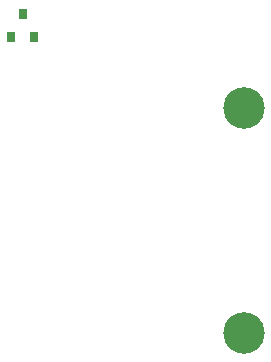
<source format=gtp>
G04 MADE WITH FRITZING*
G04 WWW.FRITZING.ORG*
G04 DOUBLE SIDED*
G04 HOLES PLATED*
G04 CONTOUR ON CENTER OF CONTOUR VECTOR*
%ASAXBY*%
%FSLAX23Y23*%
%MOIN*%
%OFA0B0*%
%SFA1.0B1.0*%
%ADD10C,0.138425*%
%ADD11R,0.031496X0.035433*%
%LNPASTEMASK1*%
G90*
G70*
G54D10*
X2431Y893D03*
X2431Y143D03*
G54D11*
X1656Y1128D03*
X1731Y1128D03*
X1694Y1206D03*
G04 End of PasteMask1*
M02*
</source>
